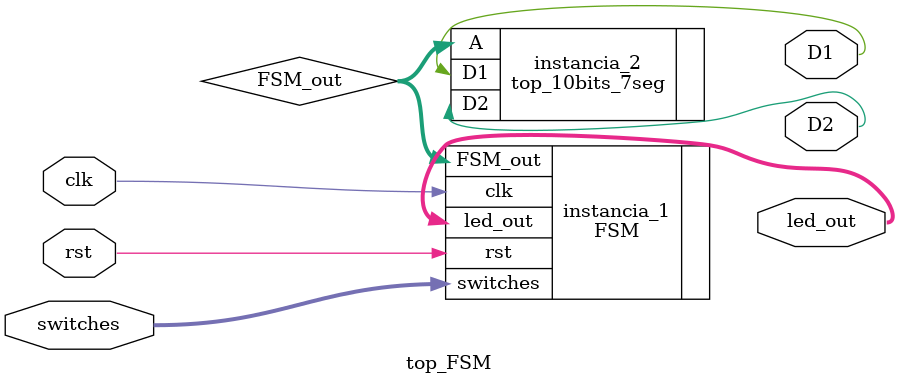
<source format=v>
module top_FSM (
	input clk, rst, 
	input [3:0] switches,
	output [9:0] led_out,
	output D1, D2
);

wire [6:0] FSM_out;

FSM instancia_1 (
    .clk(clk),
	 .rst(rst), //SW[4]
    .switches(switches), //SW[3:0]
    .led_out(led_out),
	 .FSM_out(FSM_out)
);

top_10bits_7seg #(.N(7)) instancia_2 (
	.A(FSM_out), 
	.D1(D1),
	.D2(D2)
);

endmodule
</source>
